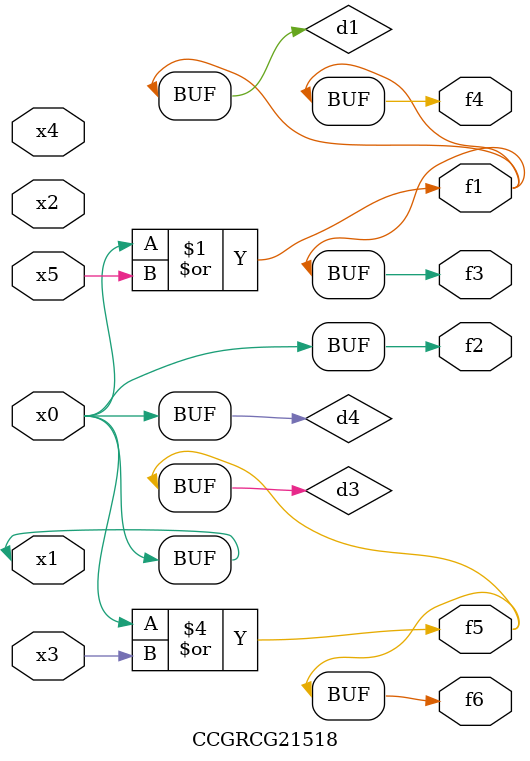
<source format=v>
module CCGRCG21518(
	input x0, x1, x2, x3, x4, x5,
	output f1, f2, f3, f4, f5, f6
);

	wire d1, d2, d3, d4;

	or (d1, x0, x5);
	xnor (d2, x1, x4);
	or (d3, x0, x3);
	buf (d4, x0, x1);
	assign f1 = d1;
	assign f2 = d4;
	assign f3 = d1;
	assign f4 = d1;
	assign f5 = d3;
	assign f6 = d3;
endmodule

</source>
